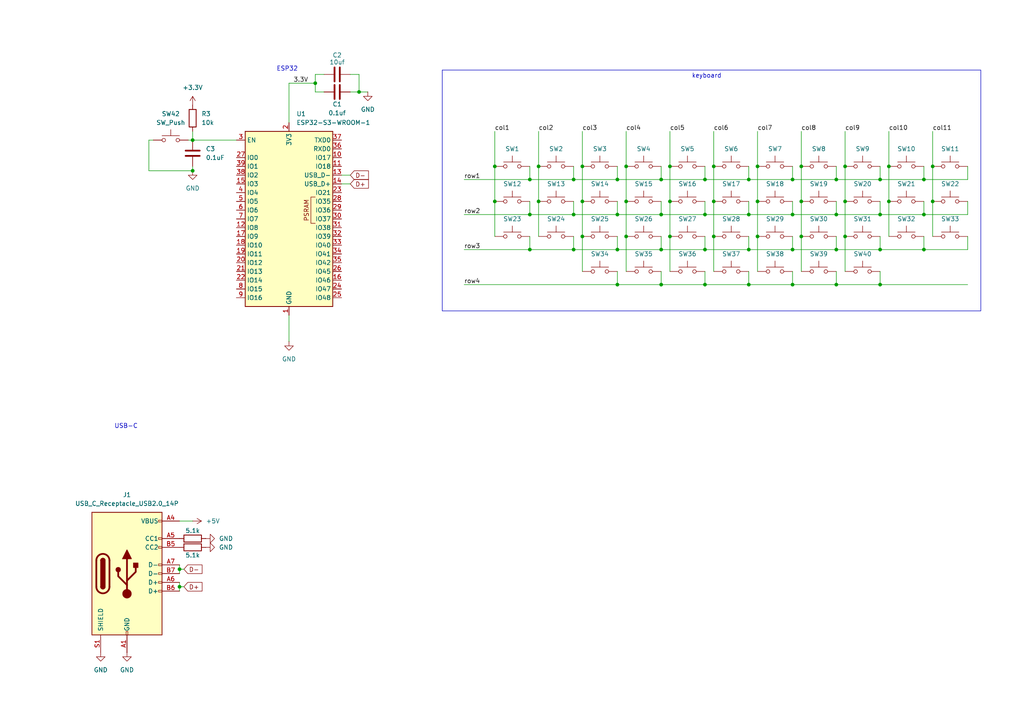
<source format=kicad_sch>
(kicad_sch (version 20250114) (generator "eeschema") (generator_version "9.0")
  (paper "A4")
  (lib_symbols
    (symbol "Connector:USB_C_Receptacle_USB2.0_14P" (pin_names (offset 1.016))
      (property "Reference" "J" (at 0 22.225 0))
      (property "Value" "USB_C_Receptacle_USB2.0_14P" (at 0 19.685 0))
      (symbol "USB_C_Receptacle_USB2.0_14P_0_0"
        (rectangle (start -0.254 -17.78) (end 0.254 -16.764))
        (rectangle (start 10.16 15.494) (end 9.144 14.986))
        (rectangle (start 10.16 10.414) (end 9.144 9.906))
        (rectangle (start 10.16 7.874) (end 9.144 7.366))
        (rectangle (start 10.16 2.794) (end 9.144 2.286))
        (rectangle (start 10.16 0.254) (end 9.144 -0.254))
        (rectangle (start 10.16 -2.286) (end 9.144 -2.794))
        (rectangle (start 10.16 -4.826) (end 9.144 -5.334))
      )
      (symbol "USB_C_Receptacle_USB2.0_14P_0_1"
        (rectangle (start -10.16 17.78) (end 10.16 -17.78) (stroke (width 0.254)) (fill (type background)))
        (polyline (pts (xy -8.89 -3.81) (xy -8.89 3.81)) (stroke (width 0.508)))
        (rectangle (start -7.62 -3.81) (end -6.35 3.81) (stroke (width 0.254)) (fill (type outline)))
        (arc (start -7.62 3.81) (mid -6.985 4.4423) (end -6.35 3.81) (stroke (width 0.254)))
        (arc (start -7.62 3.81) (mid -6.985 4.4423) (end -6.35 3.81) (stroke (width 0.254)) (fill (type outline)))
        (arc (start -8.89 3.81) (mid -6.985 5.7067) (end -5.08 3.81) (stroke (width 0.508)))
        (arc (start -5.08 -3.81) (mid -6.985 -5.7067) (end -8.89 -3.81) (stroke (width 0.508)))
        (arc (start -6.35 -3.81) (mid -6.985 -4.4423) (end -7.62 -3.81) (stroke (width 0.254)))
        (arc (start -6.35 -3.81) (mid -6.985 -4.4423) (end -7.62 -3.81) (stroke (width 0.254)) (fill (type outline)))
        (polyline (pts (xy -5.08 3.81) (xy -5.08 -3.81)) (stroke (width 0.508)))
        (circle (center -2.54 1.143) (radius 0.635) (stroke (width 0.254)) (fill (type outline)))
        (polyline (pts (xy -1.27 4.318) (xy 0 6.858) (xy 1.27 4.318) (xy -1.27 4.318)) (stroke (width 0.254)) (fill (type outline)))
        (polyline (pts (xy 0 -2.032) (xy 2.54 0.508) (xy 2.54 1.778)) (stroke (width 0.508)))
        (polyline (pts (xy 0 -3.302) (xy -2.54 -0.762) (xy -2.54 0.508)) (stroke (width 0.508)))
        (polyline (pts (xy 0 -5.842) (xy 0 4.318)) (stroke (width 0.508)))
        (circle (center 0 -5.842) (radius 1.27) (fill (type outline)))
        (rectangle (start 1.905 1.778) (end 3.175 3.048) (stroke (width 0.254)) (fill (type outline)))
      )
      (symbol "USB_C_Receptacle_USB2.0_14P_1_1"
        (pin passive line (at -7.62 -22.86 90) (length 5.08) (name "SHIELD") (number "S1"))
        (pin passive line (at 0 -22.86 90) (length 5.08) (name "GND") (number "A1"))
        (pin passive line (at 0 -22.86 90) (length 5.08) (hide yes) (name "GND") (number "A12"))
        (pin passive line (at 0 -22.86 90) (length 5.08) (hide yes) (name "GND") (number "B1"))
        (pin passive line (at 0 -22.86 90) (length 5.08) (hide yes) (name "GND") (number "B12"))
        (pin passive line (at 15.24 15.24 180) (length 5.08) (name "VBUS") (number "A4"))
        (pin passive line (at 15.24 15.24 180) (length 5.08) (hide yes) (name "VBUS") (number "A9"))
        (pin passive line (at 15.24 15.24 180) (length 5.08) (hide yes) (name "VBUS") (number "B4"))
        (pin passive line (at 15.24 15.24 180) (length 5.08) (hide yes) (name "VBUS") (number "B9"))
        (pin bidirectional line (at 15.24 10.16 180) (length 5.08) (name "CC1") (number "A5"))
        (pin bidirectional line (at 15.24 7.62 180) (length 5.08) (name "CC2") (number "B5"))
        (pin bidirectional line (at 15.24 2.54 180) (length 5.08) (name "D-") (number "A7"))
        (pin bidirectional line (at 15.24 0 180) (length 5.08) (name "D-") (number "B7"))
        (pin bidirectional line (at 15.24 -2.54 180) (length 5.08) (name "D+") (number "A6"))
        (pin bidirectional line (at 15.24 -5.08 180) (length 5.08) (name "D+") (number "B6"))
      )
    )
    (symbol "Device:C" (pin_numbers (hide yes)) (pin_names (offset 0.254))
      (property "Reference" "C" (at 0.635 2.54 0))
      (property "Value" "C" (at 0.635 -2.54 0))
      (symbol "C_0_1"
        (polyline (pts (xy -2.032 0.762) (xy 2.032 0.762)) (stroke (width 0.508)))
        (polyline (pts (xy -2.032 -0.762) (xy 2.032 -0.762)) (stroke (width 0.508)))
      )
      (symbol "C_1_1"
        (pin passive line (at 0 3.81 270) (length 2.794) (name "~") (number "1"))
        (pin passive line (at 0 -3.81 90) (length 2.794) (name "~") (number "2"))
      )
    )
    (symbol "Device:R" (pin_numbers (hide yes)) (pin_names (offset 0))
      (property "Reference" "R" (at 2.032 0 90))
      (property "Value" "R" (at 0 0 90))
      (symbol "R_0_1"
        (rectangle (start -1.016 -2.54) (end 1.016 2.54) (stroke (width 0.254)))
      )
      (symbol "R_1_1"
        (pin passive line (at 0 3.81 270) (length 1.27) (name "~") (number "1"))
        (pin passive line (at 0 -3.81 90) (length 1.27) (name "~") (number "2"))
      )
    )
    (symbol "RF_Module:ESP32-S3-WROOM-1"
      (property "Reference" "U" (at -12.7 26.67 0))
      (property "Value" "ESP32-S3-WROOM-1" (at 12.7 26.67 0))
      (symbol "ESP32-S3-WROOM-1_0_0"
        (rectangle (start -12.7 25.4) (end 12.7 -25.4) (stroke (width 0.254)) (fill (type background)))
        (text "PSRAM" (at 5.08 2.54 900) (effects (font (size 1.27 1.27))))
      )
      (symbol "ESP32-S3-WROOM-1_0_1"
        (polyline (pts (xy 7.62 -1.27) (xy 6.35 -1.27) (xy 6.35 6.35) (xy 7.62 6.35)))
      )
      (symbol "ESP32-S3-WROOM-1_1_1"
        (pin input line (at -15.24 22.86 0) (length 2.54) (name "EN") (number "3"))
        (pin bidirectional line (at -15.24 17.78 0) (length 2.54) (name "IO0") (number "27"))
        (pin bidirectional line (at -15.24 15.24 0) (length 2.54) (name "IO1") (number "39"))
        (pin bidirectional line (at -15.24 12.7 0) (length 2.54) (name "IO2") (number "38"))
        (pin bidirectional line (at -15.24 10.16 0) (length 2.54) (name "IO3") (number "15"))
        (pin bidirectional line (at -15.24 7.62 0) (length 2.54) (name "IO4") (number "4"))
        (pin bidirectional line (at -15.24 5.08 0) (length 2.54) (name "IO5") (number "5"))
        (pin bidirectional line (at -15.24 2.54 0) (length 2.54) (name "IO6") (number "6"))
        (pin bidirectional line (at -15.24 0 0) (length 2.54) (name "IO7") (number "7"))
        (pin bidirectional line (at -15.24 -2.54 0) (length 2.54) (name "IO8") (number "12"))
        (pin bidirectional line (at -15.24 -5.08 0) (length 2.54) (name "IO9") (number "17"))
        (pin bidirectional line (at -15.24 -7.62 0) (length 2.54) (name "IO10") (number "18"))
        (pin bidirectional line (at -15.24 -10.16 0) (length 2.54) (name "IO11") (number "19"))
        (pin bidirectional line (at -15.24 -12.7 0) (length 2.54) (name "IO12") (number "20"))
        (pin bidirectional line (at -15.24 -15.24 0) (length 2.54) (name "IO13") (number "21"))
        (pin bidirectional line (at -15.24 -17.78 0) (length 2.54) (name "IO14") (number "22"))
        (pin bidirectional line (at -15.24 -20.32 0) (length 2.54) (name "IO15") (number "8"))
        (pin bidirectional line (at -15.24 -22.86 0) (length 2.54) (name "IO16") (number "9"))
        (pin power_in line (at 0 27.94 270) (length 2.54) (name "3V3") (number "2"))
        (pin power_in line (at 0 -27.94 90) (length 2.54) (name "GND") (number "1"))
        (pin passive line (at 0 -27.94 90) (length 2.54) (hide yes) (name "GND") (number "40"))
        (pin passive line (at 0 -27.94 90) (length 2.54) (hide yes) (name "GND") (number "41"))
        (pin bidirectional line (at 15.24 22.86 180) (length 2.54) (name "TXD0") (number "37"))
        (pin bidirectional line (at 15.24 20.32 180) (length 2.54) (name "RXD0") (number "36"))
        (pin bidirectional line (at 15.24 17.78 180) (length 2.54) (name "IO17") (number "10"))
        (pin bidirectional line (at 15.24 15.24 180) (length 2.54) (name "IO18") (number "11"))
        (pin bidirectional line (at 15.24 12.7 180) (length 2.54) (name "USB_D-") (number "13"))
        (pin bidirectional line (at 15.24 10.16 180) (length 2.54) (name "USB_D+") (number "14"))
        (pin bidirectional line (at 15.24 7.62 180) (length 2.54) (name "IO21") (number "23"))
        (pin bidirectional line (at 15.24 5.08 180) (length 2.54) (name "IO35") (number "28"))
        (pin bidirectional line (at 15.24 2.54 180) (length 2.54) (name "IO36") (number "29"))
        (pin bidirectional line (at 15.24 0 180) (length 2.54) (name "IO37") (number "30"))
        (pin bidirectional line (at 15.24 -2.54 180) (length 2.54) (name "IO38") (number "31"))
        (pin bidirectional line (at 15.24 -5.08 180) (length 2.54) (name "IO39") (number "32"))
        (pin bidirectional line (at 15.24 -7.62 180) (length 2.54) (name "IO40") (number "33"))
        (pin bidirectional line (at 15.24 -10.16 180) (length 2.54) (name "IO41") (number "34"))
        (pin bidirectional line (at 15.24 -12.7 180) (length 2.54) (name "IO42") (number "35"))
        (pin bidirectional line (at 15.24 -15.24 180) (length 2.54) (name "IO45") (number "26"))
        (pin bidirectional line (at 15.24 -17.78 180) (length 2.54) (name "IO46") (number "16"))
        (pin bidirectional line (at 15.24 -20.32 180) (length 2.54) (name "IO47") (number "24"))
        (pin bidirectional line (at 15.24 -22.86 180) (length 2.54) (name "IO48") (number "25"))
      )
    )
    (symbol "Switch:SW_Push" (pin_numbers (hide yes)) (pin_names (offset 1.016) (hide yes))
      (property "Reference" "SW" (at 1.27 2.54 0))
      (property "Value" "SW_Push" (at 0 -1.524 0))
      (symbol "SW_Push_0_1"
        (circle (center -2.032 0) (radius 0.508))
        (polyline (pts (xy 0 1.27) (xy 0 3.048)))
        (circle (center 2.032 0) (radius 0.508))
        (polyline (pts (xy 2.54 1.27) (xy -2.54 1.27)))
        (pin passive line (at -5.08 0 0) (length 2.54) (name "1") (number "1"))
        (pin passive line (at 5.08 0 180) (length 2.54) (name "2") (number "2"))
      )
    )
    (symbol "power:+3.3V" (power) (pin_numbers (hide yes)) (pin_names (offset 0) (hide yes))
      (property "Value" "+3.3V" (at 0 3.556 0))
      (symbol "+3.3V_0_1"
        (polyline (pts (xy -0.762 1.27) (xy 0 2.54)))
        (polyline (pts (xy 0 2.54) (xy 0.762 1.27)))
        (polyline (pts (xy 0 0) (xy 0 2.54)))
      )
      (symbol "+3.3V_1_1"
        (pin power_in line (at 0 0 90) (length 0) (name "~") (number "1"))
      )
    )
    (symbol "power:+5V" (power) (pin_numbers (hide yes)) (pin_names (offset 0) (hide yes))
      (property "Value" "+5V" (at 0 3.556 0))
      (symbol "+5V_0_1"
        (polyline (pts (xy -0.762 1.27) (xy 0 2.54)))
        (polyline (pts (xy 0 2.54) (xy 0.762 1.27)))
        (polyline (pts (xy 0 0) (xy 0 2.54)))
      )
      (symbol "+5V_1_1"
        (pin power_in line (at 0 0 90) (length 0) (name "~") (number "1"))
      )
    )
    (symbol "power:GND" (power) (pin_numbers (hide yes)) (pin_names (offset 0) (hide yes))
      (property "Value" "GND" (at 0 -3.81 0))
      (symbol "GND_0_1"
        (polyline (pts (xy 0 0) (xy 0 -1.27) (xy 1.27 -1.27) (xy 0 -2.54) (xy -1.27 -1.27) (xy 0 -1.27)))
      )
      (symbol "GND_1_1"
        (pin power_in line (at 0 0 270) (length 0) (name "~") (number "1"))
      )
    )
  )
  (rectangle (start 128.27 20.32) (end 284.48 90.17))
  (text "USB-C\n" (at 36.576 123.698 0) (effects (font (size 1.27 1.27))))
  (text "ESP32\n" (at 83.312 20.066 0) (effects (font (size 1.27 1.27))))
  (text "keyboard\n" (at 204.978 22.098 0) (effects (font (size 1.27 1.27))))
  (junction (at 194.31 68.58))
  (junction (at 168.91 68.58))
  (junction (at 270.51 58.42))
  (junction (at 229.87 82.55))
  (junction (at 179.07 82.55))
  (junction (at 242.57 72.39))
  (junction (at 207.01 48.26))
  (junction (at 267.97 72.39))
  (junction (at 219.71 58.42))
  (junction (at 153.67 52.07))
  (junction (at 217.17 82.55))
  (junction (at 257.81 48.26))
  (junction (at 242.57 52.07))
  (junction (at 219.71 68.58))
  (junction (at 181.61 58.42))
  (junction (at 194.31 48.26))
  (junction (at 55.88 49.53))
  (junction (at 217.17 62.23))
  (junction (at 55.88 40.64))
  (junction (at 181.61 68.58))
  (junction (at 52.07 165.1))
  (junction (at 207.01 68.58))
  (junction (at 191.77 82.55))
  (junction (at 156.21 58.42))
  (junction (at 267.97 52.07))
  (junction (at 156.21 48.26))
  (junction (at 229.87 52.07))
  (junction (at 179.07 72.39))
  (junction (at 245.11 68.58))
  (junction (at 143.51 48.26))
  (junction (at 204.47 62.23))
  (junction (at 168.91 48.26))
  (junction (at 179.07 62.23))
  (junction (at 204.47 52.07))
  (junction (at 255.27 72.39))
  (junction (at 168.91 58.42))
  (junction (at 217.17 52.07))
  (junction (at 207.01 58.42))
  (junction (at 153.67 72.39))
  (junction (at 143.51 58.42))
  (junction (at 242.57 62.23))
  (junction (at 232.41 58.42))
  (junction (at 232.41 68.58))
  (junction (at 204.47 82.55))
  (junction (at 91.44 24.13))
  (junction (at 179.07 52.07))
  (junction (at 52.07 170.18))
  (junction (at 104.14 26.67))
  (junction (at 166.37 62.23))
  (junction (at 255.27 52.07))
  (junction (at 245.11 48.26))
  (junction (at 166.37 72.39))
  (junction (at 204.47 72.39))
  (junction (at 267.97 62.23))
  (junction (at 191.77 72.39))
  (junction (at 229.87 72.39))
  (junction (at 166.37 52.07))
  (junction (at 270.51 48.26))
  (junction (at 245.11 58.42))
  (junction (at 191.77 52.07))
  (junction (at 257.81 58.42))
  (junction (at 181.61 48.26))
  (junction (at 194.31 58.42))
  (junction (at 191.77 62.23))
  (junction (at 217.17 72.39))
  (junction (at 255.27 62.23))
  (junction (at 255.27 82.55))
  (junction (at 242.57 82.55))
  (junction (at 232.41 48.26))
  (junction (at 153.67 62.23))
  (junction (at 229.87 62.23))
  (junction (at 219.71 48.26))
  (wire (pts (xy 104.14 21.59) (xy 104.14 26.67)))
  (wire (pts (xy 166.37 62.23) (xy 179.07 62.23)))
  (wire (pts (xy 204.47 52.07) (xy 204.47 48.26)))
  (wire (pts (xy 245.11 58.42) (xy 245.11 68.58)))
  (wire (pts (xy 204.47 82.55) (xy 204.47 78.74)))
  (wire (pts (xy 101.6 26.67) (xy 104.14 26.67)))
  (wire (pts (xy 181.61 48.26) (xy 181.61 58.42)))
  (wire (pts (xy 179.07 72.39) (xy 179.07 68.58)))
  (wire (pts (xy 181.61 38.1) (xy 181.61 48.26)))
  (wire (pts (xy 168.91 68.58) (xy 168.91 78.74)))
  (wire (pts (xy 52.07 165.1) (xy 52.07 166.37)))
  (wire (pts (xy 229.87 62.23) (xy 229.87 58.42)))
  (wire (pts (xy 191.77 62.23) (xy 204.47 62.23)))
  (wire (pts (xy 207.01 48.26) (xy 207.01 58.42)))
  (wire (pts (xy 153.67 62.23) (xy 153.67 58.42)))
  (wire (pts (xy 191.77 52.07) (xy 204.47 52.07)))
  (wire (pts (xy 143.51 58.42) (xy 143.51 68.58)))
  (wire (pts (xy 99.06 53.34) (xy 101.6 53.34)))
  (wire (pts (xy 255.27 52.07) (xy 255.27 48.26)))
  (wire (pts (xy 204.47 62.23) (xy 204.47 58.42)))
  (wire (pts (xy 242.57 62.23) (xy 255.27 62.23)))
  (wire (pts (xy 232.41 68.58) (xy 232.41 78.74)))
  (wire (pts (xy 194.31 58.42) (xy 194.31 68.58)))
  (wire (pts (xy 194.31 38.1) (xy 194.31 48.26)))
  (wire (pts (xy 83.82 91.44) (xy 83.82 99.06)))
  (wire (pts (xy 93.98 21.59) (xy 91.44 21.59)))
  (wire (pts (xy 191.77 72.39) (xy 191.77 68.58)))
  (wire (pts (xy 267.97 72.39) (xy 280.67 72.39)))
  (wire (pts (xy 166.37 72.39) (xy 166.37 68.58)))
  (wire (pts (xy 245.11 38.1) (xy 245.11 48.26)))
  (wire (pts (xy 55.88 49.53) (xy 55.88 48.26)))
  (wire (pts (xy 166.37 52.07) (xy 166.37 48.26)))
  (wire (pts (xy 257.81 38.1) (xy 257.81 48.26)))
  (wire (pts (xy 217.17 82.55) (xy 217.17 78.74)))
  (wire (pts (xy 53.34 170.18) (xy 52.07 170.18)))
  (wire (pts (xy 43.18 40.64) (xy 43.18 49.53)))
  (wire (pts (xy 91.44 24.13) (xy 91.44 26.67)))
  (wire (pts (xy 204.47 72.39) (xy 217.17 72.39)))
  (wire (pts (xy 267.97 62.23) (xy 280.67 62.23)))
  (wire (pts (xy 217.17 62.23) (xy 229.87 62.23)))
  (wire (pts (xy 153.67 52.07) (xy 153.67 48.26)))
  (wire (pts (xy 217.17 52.07) (xy 217.17 48.26)))
  (wire (pts (xy 229.87 82.55) (xy 229.87 78.74)))
  (wire (pts (xy 181.61 58.42) (xy 181.61 68.58)))
  (wire (pts (xy 207.01 68.58) (xy 207.01 78.74)))
  (wire (pts (xy 134.62 52.07) (xy 153.67 52.07)))
  (wire (pts (xy 83.82 24.13) (xy 91.44 24.13)))
  (wire (pts (xy 270.51 38.1) (xy 270.51 48.26)))
  (wire (pts (xy 134.62 62.23) (xy 153.67 62.23)))
  (wire (pts (xy 255.27 82.55) (xy 280.67 82.55)))
  (wire (pts (xy 179.07 52.07) (xy 191.77 52.07)))
  (wire (pts (xy 156.21 58.42) (xy 156.21 68.58)))
  (wire (pts (xy 168.91 38.1) (xy 168.91 48.26)))
  (wire (pts (xy 245.11 68.58) (xy 245.11 78.74)))
  (wire (pts (xy 55.88 40.64) (xy 68.58 40.64)))
  (wire (pts (xy 280.67 62.23) (xy 280.67 58.42)))
  (wire (pts (xy 143.51 48.26) (xy 143.51 58.42)))
  (wire (pts (xy 204.47 52.07) (xy 217.17 52.07)))
  (wire (pts (xy 93.98 26.67) (xy 91.44 26.67)))
  (wire (pts (xy 134.62 82.55) (xy 179.07 82.55)))
  (wire (pts (xy 267.97 72.39) (xy 267.97 68.58)))
  (wire (pts (xy 179.07 82.55) (xy 191.77 82.55)))
  (wire (pts (xy 232.41 58.42) (xy 232.41 68.58)))
  (wire (pts (xy 166.37 62.23) (xy 166.37 58.42)))
  (wire (pts (xy 179.07 62.23) (xy 179.07 58.42)))
  (wire (pts (xy 52.07 151.13) (xy 55.88 151.13)))
  (wire (pts (xy 204.47 62.23) (xy 217.17 62.23)))
  (wire (pts (xy 229.87 72.39) (xy 242.57 72.39)))
  (wire (pts (xy 104.14 26.67) (xy 106.68 26.67)))
  (wire (pts (xy 181.61 68.58) (xy 181.61 78.74)))
  (wire (pts (xy 280.67 52.07) (xy 280.67 48.26)))
  (wire (pts (xy 153.67 62.23) (xy 166.37 62.23)))
  (wire (pts (xy 101.6 21.59) (xy 104.14 21.59)))
  (wire (pts (xy 153.67 72.39) (xy 153.67 68.58)))
  (wire (pts (xy 255.27 72.39) (xy 255.27 68.58)))
  (wire (pts (xy 194.31 48.26) (xy 194.31 58.42)))
  (wire (pts (xy 255.27 52.07) (xy 267.97 52.07)))
  (wire (pts (xy 55.88 38.1) (xy 55.88 40.64)))
  (wire (pts (xy 156.21 48.26) (xy 156.21 58.42)))
  (wire (pts (xy 255.27 62.23) (xy 255.27 58.42)))
  (wire (pts (xy 52.07 170.18) (xy 52.07 171.45)))
  (wire (pts (xy 242.57 52.07) (xy 255.27 52.07)))
  (wire (pts (xy 219.71 48.26) (xy 219.71 58.42)))
  (wire (pts (xy 267.97 62.23) (xy 267.97 58.42)))
  (wire (pts (xy 156.21 38.1) (xy 156.21 48.26)))
  (wire (pts (xy 229.87 82.55) (xy 242.57 82.55)))
  (wire (pts (xy 242.57 72.39) (xy 242.57 68.58)))
  (wire (pts (xy 232.41 38.1) (xy 232.41 48.26)))
  (wire (pts (xy 267.97 52.07) (xy 267.97 48.26)))
  (wire (pts (xy 257.81 48.26) (xy 257.81 58.42)))
  (wire (pts (xy 219.71 38.1) (xy 219.71 48.26)))
  (wire (pts (xy 194.31 68.58) (xy 194.31 78.74)))
  (wire (pts (xy 255.27 82.55) (xy 255.27 78.74)))
  (wire (pts (xy 179.07 72.39) (xy 191.77 72.39)))
  (wire (pts (xy 134.62 72.39) (xy 153.67 72.39)))
  (wire (pts (xy 168.91 58.42) (xy 168.91 68.58)))
  (wire (pts (xy 219.71 58.42) (xy 219.71 68.58)))
  (wire (pts (xy 229.87 52.07) (xy 229.87 48.26)))
  (wire (pts (xy 242.57 82.55) (xy 242.57 78.74)))
  (wire (pts (xy 168.91 48.26) (xy 168.91 58.42)))
  (wire (pts (xy 219.71 68.58) (xy 219.71 78.74)))
  (wire (pts (xy 270.51 58.42) (xy 270.51 68.58)))
  (wire (pts (xy 217.17 52.07) (xy 229.87 52.07)))
  (wire (pts (xy 242.57 52.07) (xy 242.57 48.26)))
  (wire (pts (xy 207.01 58.42) (xy 207.01 68.58)))
  (wire (pts (xy 207.01 38.1) (xy 207.01 48.26)))
  (wire (pts (xy 217.17 82.55) (xy 229.87 82.55)))
  (wire (pts (xy 267.97 52.07) (xy 280.67 52.07)))
  (wire (pts (xy 166.37 72.39) (xy 179.07 72.39)))
  (wire (pts (xy 229.87 72.39) (xy 229.87 68.58)))
  (wire (pts (xy 83.82 24.13) (xy 83.82 35.56)))
  (wire (pts (xy 257.81 58.42) (xy 257.81 68.58)))
  (wire (pts (xy 255.27 72.39) (xy 267.97 72.39)))
  (wire (pts (xy 179.07 52.07) (xy 179.07 48.26)))
  (wire (pts (xy 232.41 48.26) (xy 232.41 58.42)))
  (wire (pts (xy 153.67 72.39) (xy 166.37 72.39)))
  (wire (pts (xy 43.18 49.53) (xy 55.88 49.53)))
  (wire (pts (xy 52.07 168.91) (xy 52.07 170.18)))
  (wire (pts (xy 245.11 48.26) (xy 245.11 58.42)))
  (wire (pts (xy 143.51 38.1) (xy 143.51 48.26)))
  (wire (pts (xy 179.07 82.55) (xy 179.07 78.74)))
  (wire (pts (xy 242.57 82.55) (xy 255.27 82.55)))
  (wire (pts (xy 153.67 52.07) (xy 166.37 52.07)))
  (wire (pts (xy 52.07 163.83) (xy 52.07 165.1)))
  (wire (pts (xy 91.44 21.59) (xy 91.44 24.13)))
  (wire (pts (xy 217.17 72.39) (xy 229.87 72.39)))
  (wire (pts (xy 166.37 52.07) (xy 179.07 52.07)))
  (wire (pts (xy 204.47 82.55) (xy 217.17 82.55)))
  (wire (pts (xy 191.77 62.23) (xy 191.77 58.42)))
  (wire (pts (xy 204.47 72.39) (xy 204.47 68.58)))
  (wire (pts (xy 270.51 48.26) (xy 270.51 58.42)))
  (wire (pts (xy 217.17 62.23) (xy 217.17 58.42)))
  (wire (pts (xy 43.18 40.64) (xy 44.45 40.64)))
  (wire (pts (xy 229.87 62.23) (xy 242.57 62.23)))
  (wire (pts (xy 255.27 62.23) (xy 267.97 62.23)))
  (wire (pts (xy 53.34 165.1) (xy 52.07 165.1)))
  (wire (pts (xy 179.07 62.23) (xy 191.77 62.23)))
  (wire (pts (xy 229.87 52.07) (xy 242.57 52.07)))
  (wire (pts (xy 191.77 82.55) (xy 204.47 82.55)))
  (wire (pts (xy 217.17 72.39) (xy 217.17 68.58)))
  (wire (pts (xy 191.77 72.39) (xy 204.47 72.39)))
  (wire (pts (xy 99.06 50.8) (xy 101.6 50.8)))
  (wire (pts (xy 191.77 82.55) (xy 191.77 78.74)))
  (wire (pts (xy 280.67 72.39) (xy 280.67 68.58)))
  (wire (pts (xy 242.57 62.23) (xy 242.57 58.42)))
  (wire (pts (xy 54.61 40.64) (xy 55.88 40.64)))
  (wire (pts (xy 191.77 52.07) (xy 191.77 48.26)))
  (wire (pts (xy 242.57 72.39) (xy 255.27 72.39)))
  (label "3.3V" (at 85.09 24.13 0))
  (label "col11" (at 270.51 38.1 0))
  (label "col7" (at 219.71 38.1 0))
  (label "row3" (at 134.62 72.39 0))
  (label "row4" (at 134.62 82.55 0))
  (label "col4" (at 181.61 38.1 0))
  (label "row1" (at 134.62 52.07 0))
  (label "col9" (at 245.11 38.1 0))
  (label "col1" (at 143.51 38.1 0))
  (label "col10" (at 257.81 38.1 0))
  (label "col8" (at 232.41 38.1 0))
  (label "col2" (at 156.21 38.1 0))
  (label "col6" (at 207.01 38.1 0))
  (label "col3" (at 168.91 38.1 0))
  (label "row2" (at 134.62 62.23 0))
  (label "col5" (at 194.31 38.1 0))
  (global_label "D-" (shape input) (at 53.34 165.1 0) (property "Intersheetrefs" "${INTERSHEET_REFS}" (effects (hide yes))))
  (global_label "D-" (shape input) (at 101.6 50.8 0) (property "Intersheetrefs" "${INTERSHEET_REFS}" (effects (hide yes))))
  (global_label "D+" (shape input) (at 53.34 170.18 0) (property "Intersheetrefs" "${INTERSHEET_REFS}" (effects (hide yes))))
  (global_label "D+" (shape input) (at 101.6 53.34 0) (property "Intersheetrefs" "${INTERSHEET_REFS}" (effects (hide yes))))
  (symbol (lib_id "Switch:SW_Push") (at 237.49 78.74 0) (unit 1)
    (property "Reference" "SW39" (at 237.49 73.66 0))
    (property "Value" "SW_Push" (effects (hide yes)))
    (property "Description" "Push button switch, generic, two pins" (effects (hide yes)))
  )
  (symbol (lib_id "Switch:SW_Push") (at 262.89 48.26 0) (unit 1)
    (property "Reference" "SW10" (at 262.89 43.18 0))
    (property "Value" "SW_Push" (effects (hide yes)))
    (property "Description" "Push button switch, generic, two pins" (effects (hide yes)))
  )
  (symbol (lib_id "power:GND") (at 36.83 189.23 0) (unit 1)
    (property "Reference" "#PWR06" (effects (hide yes)))
    (property "Value" "GND" (at 36.83 194.31 0))
    (property "Description" "Power symbol creates a global label with name \"GND\" , ground" (effects (hide yes)))
  )
  (symbol (lib_id "RF_Module:ESP32-S3-WROOM-1") (at 83.82 63.5 0) (unit 1)
    (property "Reference" "U1" (at 85.9633 33.02 0) (effects (justify left)))
    (property "Value" "ESP32-S3-WROOM-1" (at 85.9633 35.56 0) (effects (justify left)))
    (property "Footprint" "RF_Module:ESP32-S3-WROOM-1" (effects (hide yes)))
    (property "Datasheet" "https://www.espressif.com/sites/default/files/documentation/esp32-s3-wroom-1_wroom-1u_datasheet_en.pdf" (effects (hide yes)))
    (property "Description" "RF Module, ESP32-S3 SoC, Wi-Fi 802.11b/g/n, Bluetooth, BLE, 32-bit, 3.3V, onboard antenna, SMD" (effects (hide yes)))
  )
  (symbol (lib_id "Switch:SW_Push") (at 161.29 48.26 0) (unit 1)
    (property "Reference" "SW2" (at 161.29 43.18 0))
    (property "Value" "SW_Push" (effects (hide yes)))
    (property "Description" "Push button switch, generic, two pins" (effects (hide yes)))
  )
  (symbol (lib_id "Device:C") (at 97.79 21.59 90) (unit 1)
    (property "Reference" "C2" (at 97.79 16.002 90))
    (property "Value" "10uf" (at 97.79 18.034 90))
    (property "Description" "Unpolarized capacitor" (effects (hide yes)))
  )
  (symbol (lib_id "Switch:SW_Push") (at 49.53 40.64 0) (unit 1)
    (property "Reference" "SW42" (at 49.53 33.02 0))
    (property "Value" "SW_Push" (at 49.53 35.56 0))
    (property "Description" "Push button switch, generic, two pins" (effects (hide yes)))
  )
  (symbol (lib_id "Device:R") (at 55.88 158.75 90) (unit 1)
    (property "Reference" "R2" (effects (hide yes)))
    (property "Value" "5.1k" (at 55.88 161.036 90))
    (property "Description" "Resistor" (effects (hide yes)))
  )
  (symbol (lib_id "Switch:SW_Push") (at 250.19 68.58 0) (unit 1)
    (property "Reference" "SW31" (at 250.19 63.5 0))
    (property "Value" "SW_Push" (effects (hide yes)))
    (property "Description" "Push button switch, generic, two pins" (effects (hide yes)))
  )
  (symbol (lib_id "Switch:SW_Push") (at 275.59 58.42 0) (unit 1)
    (property "Reference" "SW22" (at 275.59 53.34 0))
    (property "Value" "SW_Push" (effects (hide yes)))
    (property "Description" "Push button switch, generic, two pins" (effects (hide yes)))
  )
  (symbol (lib_id "power:GND") (at 83.82 99.06 0) (unit 1)
    (property "Reference" "#PWR01" (effects (hide yes)))
    (property "Value" "GND" (at 83.82 104.14 0))
    (property "Description" "Power symbol creates a global label with name \"GND\" , ground" (effects (hide yes)))
  )
  (symbol (lib_id "Switch:SW_Push") (at 212.09 68.58 0) (unit 1)
    (property "Reference" "SW28" (at 212.09 63.5 0))
    (property "Value" "SW_Push" (effects (hide yes)))
    (property "Description" "Push button switch, generic, two pins" (effects (hide yes)))
  )
  (symbol (lib_id "power:GND") (at 59.69 158.75 90) (unit 1)
    (property "Reference" "#PWR05" (effects (hide yes)))
    (property "Value" "GND" (at 63.5 158.7499 90) (effects (justify right)))
    (property "Description" "Power symbol creates a global label with name \"GND\" , ground" (effects (hide yes)))
  )
  (symbol (lib_id "Switch:SW_Push") (at 224.79 58.42 0) (unit 1)
    (property "Reference" "SW18" (at 224.79 53.34 0))
    (property "Value" "SW_Push" (effects (hide yes)))
    (property "Description" "Push button switch, generic, two pins" (effects (hide yes)))
  )
  (symbol (lib_id "Switch:SW_Push") (at 250.19 58.42 0) (unit 1)
    (property "Reference" "SW20" (at 250.19 53.34 0))
    (property "Value" "SW_Push" (effects (hide yes)))
    (property "Description" "Push button switch, generic, two pins" (effects (hide yes)))
  )
  (symbol (lib_id "Switch:SW_Push") (at 237.49 68.58 0) (unit 1)
    (property "Reference" "SW30" (at 237.49 63.5 0))
    (property "Value" "SW_Push" (effects (hide yes)))
    (property "Description" "Push button switch, generic, two pins" (effects (hide yes)))
  )
  (symbol (lib_id "Switch:SW_Push") (at 199.39 68.58 0) (unit 1)
    (property "Reference" "SW27" (at 199.39 63.5 0))
    (property "Value" "SW_Push" (effects (hide yes)))
    (property "Description" "Push button switch, generic, two pins" (effects (hide yes)))
  )
  (symbol (lib_id "Switch:SW_Push") (at 212.09 48.26 0) (unit 1)
    (property "Reference" "SW6" (at 212.09 43.18 0))
    (property "Value" "SW_Push" (effects (hide yes)))
    (property "Description" "Push button switch, generic, two pins" (effects (hide yes)))
  )
  (symbol (lib_id "Switch:SW_Push") (at 250.19 48.26 0) (unit 1)
    (property "Reference" "SW9" (at 250.19 43.18 0))
    (property "Value" "SW_Push" (effects (hide yes)))
    (property "Description" "Push button switch, generic, two pins" (effects (hide yes)))
  )
  (symbol (lib_id "power:GND") (at 106.68 26.67 0) (unit 1)
    (property "Reference" "#PWR02" (effects (hide yes)))
    (property "Value" "GND" (at 106.68 31.75 0))
    (property "Description" "Power symbol creates a global label with name \"GND\" , ground" (effects (hide yes)))
  )
  (symbol (lib_id "Switch:SW_Push") (at 161.29 58.42 0) (unit 1)
    (property "Reference" "SW13" (at 161.29 53.34 0))
    (property "Value" "SW_Push" (effects (hide yes)))
    (property "Description" "Push button switch, generic, two pins" (effects (hide yes)))
  )
  (symbol (lib_id "Switch:SW_Push") (at 148.59 48.26 0) (unit 1)
    (property "Reference" "SW1" (at 148.59 43.18 0))
    (property "Value" "SW_Push" (effects (hide yes)))
    (property "Description" "Push button switch, generic, two pins" (effects (hide yes)))
  )
  (symbol (lib_id "Switch:SW_Push") (at 148.59 58.42 0) (unit 1)
    (property "Reference" "SW12" (at 148.59 53.34 0))
    (property "Value" "SW_Push" (effects (hide yes)))
    (property "Description" "Push button switch, generic, two pins" (effects (hide yes)))
  )
  (symbol (lib_id "Switch:SW_Push") (at 262.89 68.58 0) (unit 1)
    (property "Reference" "SW32" (at 262.89 63.5 0))
    (property "Value" "SW_Push" (effects (hide yes)))
    (property "Description" "Push button switch, generic, two pins" (effects (hide yes)))
  )
  (symbol (lib_id "power:+5V") (at 55.88 151.13 270) (unit 1)
    (property "Reference" "#PWR03" (effects (hide yes)))
    (property "Value" "+5V" (at 59.69 151.1299 90) (effects (justify left)))
    (property "Description" "Power symbol creates a global label with name \"+5V\"" (effects (hide yes)))
  )
  (symbol (lib_id "Switch:SW_Push") (at 237.49 48.26 0) (unit 1)
    (property "Reference" "SW8" (at 237.49 43.18 0))
    (property "Value" "SW_Push" (effects (hide yes)))
    (property "Description" "Push button switch, generic, two pins" (effects (hide yes)))
  )
  (symbol (lib_id "Switch:SW_Push") (at 224.79 48.26 0) (unit 1)
    (property "Reference" "SW7" (at 224.79 43.18 0))
    (property "Value" "SW_Push" (effects (hide yes)))
    (property "Description" "Push button switch, generic, two pins" (effects (hide yes)))
  )
  (symbol (lib_id "Switch:SW_Push") (at 173.99 68.58 0) (unit 1)
    (property "Reference" "SW25" (at 173.99 63.5 0))
    (property "Value" "SW_Push" (effects (hide yes)))
    (property "Description" "Push button switch, generic, two pins" (effects (hide yes)))
  )
  (symbol (lib_id "Switch:SW_Push") (at 199.39 78.74 0) (unit 1)
    (property "Reference" "SW36" (at 199.39 73.66 0))
    (property "Value" "SW_Push" (effects (hide yes)))
    (property "Description" "Push button switch, generic, two pins" (effects (hide yes)))
  )
  (symbol (lib_id "Switch:SW_Push") (at 161.29 68.58 0) (unit 1)
    (property "Reference" "SW24" (at 161.29 63.5 0))
    (property "Value" "SW_Push" (effects (hide yes)))
    (property "Description" "Push button switch, generic, two pins" (effects (hide yes)))
  )
  (symbol (lib_id "Switch:SW_Push") (at 148.59 68.58 0) (unit 1)
    (property "Reference" "SW23" (at 148.59 63.5 0))
    (property "Value" "SW_Push" (effects (hide yes)))
    (property "Description" "Push button switch, generic, two pins" (effects (hide yes)))
  )
  (symbol (lib_id "Switch:SW_Push") (at 212.09 78.74 0) (unit 1)
    (property "Reference" "SW37" (at 212.09 73.66 0))
    (property "Value" "SW_Push" (effects (hide yes)))
    (property "Description" "Push button switch, generic, two pins" (effects (hide yes)))
  )
  (symbol (lib_id "Switch:SW_Push") (at 199.39 58.42 0) (unit 1)
    (property "Reference" "SW16" (at 199.39 53.34 0))
    (property "Value" "SW_Push" (effects (hide yes)))
    (property "Description" "Push button switch, generic, two pins" (effects (hide yes)))
  )
  (symbol (lib_id "Switch:SW_Push") (at 199.39 48.26 0) (unit 1)
    (property "Reference" "SW5" (at 199.39 43.18 0))
    (property "Value" "SW_Push" (effects (hide yes)))
    (property "Description" "Push button switch, generic, two pins" (effects (hide yes)))
  )
  (symbol (lib_id "Switch:SW_Push") (at 250.19 78.74 0) (unit 1)
    (property "Reference" "SW40" (at 250.19 73.66 0))
    (property "Value" "SW_Push" (effects (hide yes)))
    (property "Description" "Push button switch, generic, two pins" (effects (hide yes)))
  )
  (symbol (lib_id "Switch:SW_Push") (at 186.69 78.74 0) (unit 1)
    (property "Reference" "SW35" (at 186.69 73.66 0))
    (property "Value" "SW_Push" (effects (hide yes)))
    (property "Description" "Push button switch, generic, two pins" (effects (hide yes)))
  )
  (symbol (lib_id "Switch:SW_Push") (at 224.79 68.58 0) (unit 1)
    (property "Reference" "SW29" (at 224.79 63.5 0))
    (property "Value" "SW_Push" (effects (hide yes)))
    (property "Description" "Push button switch, generic, two pins" (effects (hide yes)))
  )
  (symbol (lib_id "Switch:SW_Push") (at 186.69 68.58 0) (unit 1)
    (property "Reference" "SW26" (at 186.69 63.5 0))
    (property "Value" "SW_Push" (effects (hide yes)))
    (property "Description" "Push button switch, generic, two pins" (effects (hide yes)))
  )
  (symbol (lib_id "Switch:SW_Push") (at 237.49 58.42 0) (unit 1)
    (property "Reference" "SW19" (at 237.49 53.34 0))
    (property "Value" "SW_Push" (effects (hide yes)))
    (property "Description" "Push button switch, generic, two pins" (effects (hide yes)))
  )
  (symbol (lib_id "Switch:SW_Push") (at 186.69 48.26 0) (unit 1)
    (property "Reference" "SW4" (at 186.69 43.18 0))
    (property "Value" "SW_Push" (effects (hide yes)))
    (property "Description" "Push button switch, generic, two pins" (effects (hide yes)))
  )
  (symbol (lib_id "power:GND") (at 55.88 49.53 0) (unit 1)
    (property "Reference" "#PWR09" (effects (hide yes)))
    (property "Value" "GND" (at 55.88 54.61 0))
    (property "Description" "Power symbol creates a global label with name \"GND\" , ground" (effects (hide yes)))
  )
  (symbol (lib_id "Switch:SW_Push") (at 224.79 78.74 0) (unit 1)
    (property "Reference" "SW38" (at 224.79 73.66 0))
    (property "Value" "SW_Push" (effects (hide yes)))
    (property "Description" "Push button switch, generic, two pins" (effects (hide yes)))
  )
  (symbol (lib_id "Switch:SW_Push") (at 212.09 58.42 0) (unit 1)
    (property "Reference" "SW17" (at 212.09 53.34 0))
    (property "Value" "SW_Push" (effects (hide yes)))
    (property "Description" "Push button switch, generic, two pins" (effects (hide yes)))
  )
  (symbol (lib_id "Device:R") (at 55.88 34.29 0) (unit 1)
    (property "Reference" "R3" (at 58.42 33.0199 0) (effects (justify left)))
    (property "Value" "10k" (at 58.42 35.5599 0) (effects (justify left)))
    (property "Description" "Resistor" (effects (hide yes)))
  )
  (symbol (lib_id "Device:C") (at 55.88 44.45 0) (unit 1)
    (property "Reference" "C3" (at 59.69 43.1799 0) (effects (justify left)))
    (property "Value" "0.1uF" (at 59.69 45.7199 0) (effects (justify left)))
    (property "Description" "Unpolarized capacitor" (effects (hide yes)))
  )
  (symbol (lib_id "Device:R") (at 55.88 156.21 270) (unit 1)
    (property "Reference" "R1" (effects (hide yes)))
    (property "Value" "5.1k" (at 55.88 153.924 90))
    (property "Description" "Resistor" (effects (hide yes)))
  )
  (symbol (lib_id "Switch:SW_Push") (at 173.99 78.74 0) (unit 1)
    (property "Reference" "SW34" (at 173.99 73.66 0))
    (property "Value" "SW_Push" (effects (hide yes)))
    (property "Description" "Push button switch, generic, two pins" (effects (hide yes)))
  )
  (symbol (lib_id "Switch:SW_Push") (at 173.99 58.42 0) (unit 1)
    (property "Reference" "SW14" (at 173.99 53.34 0))
    (property "Value" "SW_Push" (effects (hide yes)))
    (property "Description" "Push button switch, generic, two pins" (effects (hide yes)))
  )
  (symbol (lib_id "Switch:SW_Push") (at 186.69 58.42 0) (unit 1)
    (property "Reference" "SW15" (at 186.69 53.34 0))
    (property "Value" "SW_Push" (effects (hide yes)))
    (property "Description" "Push button switch, generic, two pins" (effects (hide yes)))
  )
  (symbol (lib_id "Switch:SW_Push") (at 262.89 58.42 0) (unit 1)
    (property "Reference" "SW21" (at 262.89 53.34 0))
    (property "Value" "SW_Push" (effects (hide yes)))
    (property "Description" "Push button switch, generic, two pins" (effects (hide yes)))
  )
  (symbol (lib_id "power:+3.3V") (at 55.88 30.48 0) (unit 1)
    (property "Reference" "#PWR08" (effects (hide yes)))
    (property "Value" "+3.3V" (at 55.88 25.4 0))
    (property "Description" "Power symbol creates a global label with name \"+3.3V\"" (effects (hide yes)))
  )
  (symbol (lib_id "Switch:SW_Push") (at 275.59 68.58 0) (unit 1)
    (property "Reference" "SW33" (at 275.59 63.5 0))
    (property "Value" "SW_Push" (effects (hide yes)))
    (property "Description" "Push button switch, generic, two pins" (effects (hide yes)))
  )
  (symbol (lib_id "power:GND") (at 29.21 189.23 0) (unit 1)
    (property "Reference" "#PWR07" (effects (hide yes)))
    (property "Value" "GND" (at 29.21 194.31 0))
    (property "Description" "Power symbol creates a global label with name \"GND\" , ground" (effects (hide yes)))
  )
  (symbol (lib_id "Connector:USB_C_Receptacle_USB2.0_14P") (at 36.83 166.37 0) (unit 1)
    (property "Reference" "J1" (at 36.83 143.51 0))
    (property "Value" "USB_C_Receptacle_USB2.0_14P" (at 36.83 146.05 0))
    (property "Datasheet" "https://www.usb.org/sites/default/files/documents/usb_type-c.zip" (effects (hide yes)))
    (property "Description" "USB 2.0-only 14P Type-C Receptacle connector" (effects (hide yes)))
  )
  (symbol (lib_id "Switch:SW_Push") (at 173.99 48.26 0) (unit 1)
    (property "Reference" "SW3" (at 173.99 43.18 0))
    (property "Value" "SW_Push" (effects (hide yes)))
    (property "Description" "Push button switch, generic, two pins" (effects (hide yes)))
  )
  (symbol (lib_id "Device:C") (at 97.79 26.67 90) (unit 1)
    (property "Reference" "C1" (at 97.79 30.226 90))
    (property "Value" "0.1uf" (at 97.79 32.766 90))
    (property "Description" "Unpolarized capacitor" (effects (hide yes)))
  )
  (symbol (lib_id "Switch:SW_Push") (at 275.59 48.26 0) (unit 1)
    (property "Reference" "SW11" (at 275.59 43.18 0))
    (property "Value" "SW_Push" (effects (hide yes)))
    (property "Description" "Push button switch, generic, two pins" (effects (hide yes)))
  )
  (symbol (lib_id "power:GND") (at 59.69 156.21 90) (unit 1)
    (property "Reference" "#PWR04" (effects (hide yes)))
    (property "Value" "GND" (at 63.5 156.2099 90) (effects (justify right)))
    (property "Description" "Power symbol creates a global label with name \"GND\" , ground" (effects (hide yes)))
  )
)
</source>
